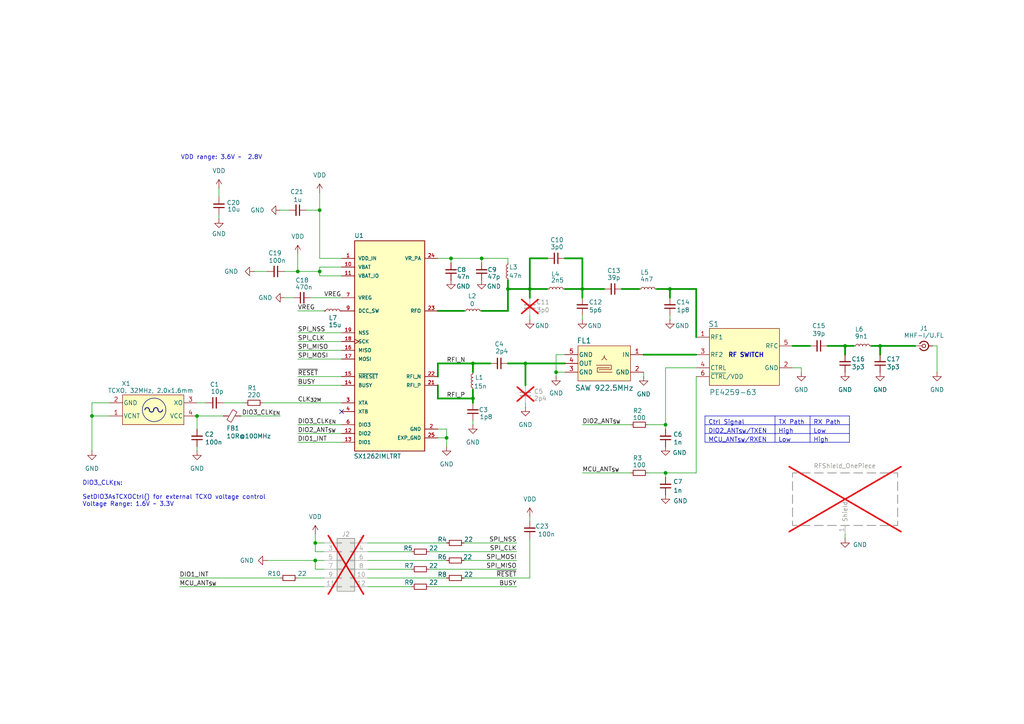
<source format=kicad_sch>
(kicad_sch (version 20250114) (generator "eeschema") (generator_version "9.0")
  (paper "A4")
  (title_block (title "SX1262 + SAW 923MHz") (company "UWINGS TECHNOLOGIES") (comment 1 "AUTHOR: KUN-YI CHEN") (comment 4 "LoRa transceiver with SAW filter(923MHz)"))
  (lib_symbols
    (symbol "Connector_Generic:Conn_02x06_Odd_Even" (pin_names (offset 1.016) (hide yes))
      (property "Reference" "J" (at 1.27 7.62 0))
      (property "Value" "Conn_02x06_Odd_Even" (at 1.27 -10.16 0))
      (symbol "Conn_02x06_Odd_Even_1_1"
        (rectangle (start -1.27 6.35) (end 3.81 -8.89) (stroke (width 0.254)) (fill (type background)))
        (rectangle (start -1.27 5.207) (end 0 4.953) (stroke (width 0.1524)))
        (rectangle (start -1.27 2.667) (end 0 2.413) (stroke (width 0.1524)))
        (rectangle (start -1.27 0.127) (end 0 -0.127) (stroke (width 0.1524)))
        (rectangle (start -1.27 -2.413) (end 0 -2.667) (stroke (width 0.1524)))
        (rectangle (start -1.27 -4.953) (end 0 -5.207) (stroke (width 0.1524)))
        (rectangle (start -1.27 -7.493) (end 0 -7.747) (stroke (width 0.1524)))
        (rectangle (start 3.81 5.207) (end 2.54 4.953) (stroke (width 0.1524)))
        (rectangle (start 3.81 2.667) (end 2.54 2.413) (stroke (width 0.1524)))
        (rectangle (start 3.81 0.127) (end 2.54 -0.127) (stroke (width 0.1524)))
        (rectangle (start 3.81 -2.413) (end 2.54 -2.667) (stroke (width 0.1524)))
        (rectangle (start 3.81 -4.953) (end 2.54 -5.207) (stroke (width 0.1524)))
        (rectangle (start 3.81 -7.493) (end 2.54 -7.747) (stroke (width 0.1524)))
        (pin passive line (at -5.08 5.08 0) (length 3.81) (name "Pin_1") (number "1"))
        (pin passive line (at -5.08 2.54 0) (length 3.81) (name "Pin_3") (number "3"))
        (pin passive line (at -5.08 0 0) (length 3.81) (name "Pin_5") (number "5"))
        (pin passive line (at -5.08 -2.54 0) (length 3.81) (name "Pin_7") (number "7"))
        (pin passive line (at -5.08 -5.08 0) (length 3.81) (name "Pin_9") (number "9"))
        (pin passive line (at -5.08 -7.62 0) (length 3.81) (name "Pin_11") (number "11"))
        (pin passive line (at 7.62 5.08 180) (length 3.81) (name "Pin_2") (number "2"))
        (pin passive line (at 7.62 2.54 180) (length 3.81) (name "Pin_4") (number "4"))
        (pin passive line (at 7.62 0 180) (length 3.81) (name "Pin_6") (number "6"))
        (pin passive line (at 7.62 -2.54 180) (length 3.81) (name "Pin_8") (number "8"))
        (pin passive line (at 7.62 -5.08 180) (length 3.81) (name "Pin_10") (number "10"))
        (pin passive line (at 7.62 -7.62 180) (length 3.81) (name "Pin_12") (number "12"))
      )
    )
    (symbol "Device:C_Small" (pin_numbers (hide yes)) (pin_names (offset 0.254) (hide yes))
      (property "Reference" "C" (at 0.254 1.778 0))
      (property "Value" "C_Small" (at 0.254 -2.032 0))
      (symbol "C_Small_0_1"
        (polyline (pts (xy -1.524 0.508) (xy 1.524 0.508)) (stroke (width 0.3048)))
        (polyline (pts (xy -1.524 -0.508) (xy 1.524 -0.508)) (stroke (width 0.3302)))
      )
      (symbol "C_Small_1_1"
        (pin passive line (at 0 2.54 270) (length 2.032) (name "~") (number "1"))
        (pin passive line (at 0 -2.54 90) (length 2.032) (name "~") (number "2"))
      )
    )
    (symbol "Device:FerriteBead_Small" (pin_numbers (hide yes)) (pin_names (offset 0))
      (property "Reference" "FB" (at 1.905 1.27 0))
      (property "Value" "FerriteBead_Small" (at 1.905 -1.27 0))
      (symbol "FerriteBead_Small_0_1"
        (polyline (pts (xy -1.8288 0.2794) (xy -1.1176 1.4986) (xy 1.8288 -0.2032) (xy 1.1176 -1.4224) (xy -1.8288 0.2794)))
        (polyline (pts (xy 0 0.889) (xy 0 1.2954)))
        (polyline (pts (xy 0 -1.27) (xy 0 -0.7874)))
      )
      (symbol "FerriteBead_Small_1_1"
        (pin passive line (at 0 2.54 270) (length 1.27) (name "~") (number "1"))
        (pin passive line (at 0 -2.54 90) (length 1.27) (name "~") (number "2"))
      )
    )
    (symbol "Device:L_Small" (pin_numbers (hide yes)) (pin_names (offset 0.254) (hide yes))
      (property "Reference" "L" (at 0.762 1.016 0))
      (property "Value" "L_Small" (at 0.762 -1.016 0))
      (symbol "L_Small_0_1"
        (arc (start 0 2.032) (mid 0.5058 1.524) (end 0 1.016))
        (arc (start 0 1.016) (mid 0.5058 0.508) (end 0 0))
        (arc (start 0 0) (mid 0.5058 -0.508) (end 0 -1.016))
        (arc (start 0 -1.016) (mid 0.5058 -1.524) (end 0 -2.032))
      )
      (symbol "L_Small_1_1"
        (pin passive line (at 0 2.54 270) (length 0.508) (name "~") (number "1"))
        (pin passive line (at 0 -2.54 90) (length 0.508) (name "~") (number "2"))
      )
    )
    (symbol "Device:RFShield_OnePiece" (pin_names (offset 1.016))
      (property "Reference" "J" (at 0 5.08 0))
      (property "Value" "RFShield_OnePiece" (at 0 2.54 0))
      (symbol "RFShield_OnePiece_0_1"
        (polyline (pts (xy -15.24 6.35) (xy -15.24 7.62) (xy -13.97 7.62)) (stroke (width 0.254)))
        (polyline (pts (xy -15.24 2.54) (xy -15.24 5.08)) (stroke (width 0.254)))
        (polyline (pts (xy -15.24 -1.27) (xy -15.24 1.27)) (stroke (width 0.254)))
        (polyline (pts (xy -15.24 -5.08) (xy -15.24 -2.54)) (stroke (width 0.254)))
        (polyline (pts (xy -13.97 -7.62) (xy -15.24 -7.62) (xy -15.24 -6.35)) (stroke (width 0.254)))
        (polyline (pts (xy -12.7 7.62) (xy -10.16 7.62)) (stroke (width 0.254)))
        (polyline (pts (xy -10.16 -7.62) (xy -12.7 -7.62)) (stroke (width 0.254)))
        (polyline (pts (xy -6.35 7.62) (xy -8.89 7.62)) (stroke (width 0.254)))
        (polyline (pts (xy -6.35 -7.62) (xy -8.89 -7.62)) (stroke (width 0.254)))
        (polyline (pts (xy -2.54 7.62) (xy -5.08 7.62)) (stroke (width 0.254)))
        (polyline (pts (xy -2.54 -7.62) (xy -5.08 -7.62)) (stroke (width 0.254)))
        (polyline (pts (xy -1.27 -7.62) (xy 1.27 -7.62)) (stroke (width 0.254)))
        (polyline (pts (xy 1.27 7.62) (xy -1.27 7.62)) (stroke (width 0.254)))
        (polyline (pts (xy 2.54 -7.62) (xy 5.08 -7.62)) (stroke (width 0.254)))
        (polyline (pts (xy 5.08 7.62) (xy 2.54 7.62)) (stroke (width 0.254)))
        (polyline (pts (xy 6.35 -7.62) (xy 8.89 -7.62)) (stroke (width 0.254)))
        (polyline (pts (xy 8.89 7.62) (xy 6.35 7.62)) (stroke (width 0.254)))
        (polyline (pts (xy 10.16 -7.62) (xy 12.7 -7.62)) (stroke (width 0.254)))
        (polyline (pts (xy 12.7 7.62) (xy 10.16 7.62)) (stroke (width 0.254)))
        (polyline (pts (xy 13.97 -7.62) (xy 15.24 -7.62) (xy 15.24 -6.35)) (stroke (width 0.254)))
        (polyline (pts (xy 15.24 6.35) (xy 15.24 7.62) (xy 13.97 7.62)) (stroke (width 0.254)))
        (polyline (pts (xy 15.24 2.54) (xy 15.24 5.08)) (stroke (width 0.254)))
        (polyline (pts (xy 15.24 -1.27) (xy 15.24 1.27)) (stroke (width 0.254)))
        (polyline (pts (xy 15.24 -5.08) (xy 15.24 -2.54)) (stroke (width 0.254)))
      )
      (symbol "RFShield_OnePiece_1_1"
        (pin passive line (at 0 -10.16 90) (length 2.54) (name "Shield") (number "1"))
      )
    )
    (symbol "Device:R_Small" (pin_numbers (hide yes)) (pin_names (offset 0.254) (hide yes))
      (property "Reference" "R" (at 0 0 90))
      (property "Value" "R_Small" (at 1.778 0 90))
      (symbol "R_Small_0_1"
        (rectangle (start -0.762 1.778) (end 0.762 -1.778) (stroke (width 0.2032)))
      )
      (symbol "R_Small_1_1"
        (pin passive line (at 0 2.54 270) (length 0.762) (name "~") (number "1"))
        (pin passive line (at 0 -2.54 90) (length 0.762) (name "~") (number "2"))
      )
    )
    (symbol "LoRa-TW:4259-63" (pin_names (offset 0.254))
      (property "Reference" "TR" (at 5.08 3.81 0))
      (property "Value" "PE4259-63" (at 10.414 -15.494 0))
      (symbol "4259-63_1_1"
        (rectangle (start 3.81 2.54) (end 24.13 -13.97) (fill (type background)))
        (text "RF SWITCH" (at 14.478 -5.08 0) (effects (font (size 1.27 1.27) (thickness 0.254) (bold yes))))
        (pin bidirectional line (at 0 0 0) (length 3.81) (name "RF1") (number "1"))
        (pin bidirectional line (at 0 -5.08 0) (length 3.81) (name "RF2") (number "3"))
        (pin unspecified line (at 0 -8.89 0) (length 3.81) (name "CTRL") (number "4"))
        (pin unspecified line (at 0 -11.43 0) (length 3.81) (name "~{CTRL}/VDD") (number "6"))
        (pin bidirectional line (at 27.94 -2.54 180) (length 3.81) (name "RFC") (number "5"))
        (pin power_out line (at 27.94 -8.89 180) (length 3.81) (name "GND") (number "2"))
      )
    )
    (symbol "LoRa-TW:B39931B2645P810" (pin_names (offset 0.254))
      (property "Reference" "FL" (at 4.826 3.81 0))
      (property "Value" "B39931B2645P810" (at 11.938 -9.398 0))
      (symbol "B39931B2645P810_0_1"
        (polyline (pts (xy 9.906 -3.81) (xy 10.16 -3.81)))
        (polyline (pts (xy 9.906 -4.318) (xy 9.398 -4.318) (xy 9.398 -3.048) (xy 13.716 -3.048)))
        (arc (start 11.43 -0.254) (mid 11.2306 -0.998) (end 10.668 -1.524))
        (arc (start 12.192 -1.524) (mid 11.6371 -0.9933) (end 11.43 -0.254))
        (polyline (pts (xy 12.954 -3.81) (xy 10.16 -3.81)))
        (polyline (pts (xy 12.954 -3.81) (xy 13.462 -3.81) (xy 13.462 -5.08) (xy 9.144 -5.08)))
        (polyline (pts (xy 12.954 -4.318) (xy 9.906 -4.318)))
      )
      (symbol "B39931B2645P810_1_1"
        (rectangle (start 3.81 2.54) (end 19.05 -7.62) (fill (type color) (color 255 255 194 1)))
        (pin input line (at 0 0 0) (length 3.81) (name "IN") (number "1"))
        (pin power_out line (at 0 -5.08 0) (length 3.81) (name "GND") (number "2"))
        (pin power_out line (at 22.86 0 180) (length 3.81) (name "GND") (number "5"))
        (pin output line (at 22.86 -2.54 180) (length 3.81) (name "OUT") (number "4"))
        (pin power_out line (at 22.86 -5.08 180) (length 3.81) (name "GND") (number "3"))
      )
    )
    (symbol "LoRa-TW:MHF-I" (pin_numbers (hide yes)) (pin_names (hide yes))
      (property "Reference" "J" (at 0 2.794 0))
      (property "Value" "I-PEX MHF-I" (at 0 0 0))
      (symbol "MHF-I_0_1"
        (polyline (pts (xy -0.508 0) (xy -1.27 0)))
        (circle (center 0 -0.0002) (radius 0.508) (stroke (width 0.2032)))
      )
      (symbol "MHF-I_1_1"
        (arc (start 1.3484 0.0037) (mid 0.327 -1.3082) (end -1.1916 -0.6313) (stroke (width 0.3048)))
        (arc (start -1.1916 0.6309) (mid 0.327 1.3079) (end 1.3484 -0.0041) (stroke (width 0.3048)))
        (pin passive line (at -2.54 0 0) (length 1.27) (name "1") (number "1"))
        (pin passive line (at 2.54 0 180) (length 1.27) (name "2") (number "2"))
        (pin passive line (at 2.54 0 180) (length 1.27) (name "3") (number "3"))
      )
    )
    (symbol "LoRa-TW:NT2016SA-32MHz-END4263A" (pin_names (offset 0.254))
      (property "Reference" "X" (at 11.938 6.858 0))
      (property "Value" "NT2016SA-32MHz-END4263A" (at 11.43 4.318 0))
      (symbol "NT2016SA-32MHz-END4263A_1_1"
        (rectangle (start 3.81 2.54) (end 21.59 -6.096) (fill (type background)))
        (arc (start 11.557 -1.7807) (mid 10.922 -2.413) (end 10.287 -1.7807) (stroke (width 0.254) (color 0 0 132 1)))
        (arc (start 11.557 -1.7807) (mid 12.192 -1.1484) (end 12.827 -1.7807) (stroke (width 0.254) (color 0 0 132 1)))
        (circle (center 12.954 -1.778) (radius 3.4078) (stroke (width 0) (color 0 0 132 1)))
        (arc (start 14.097 -1.7807) (mid 13.462 -2.413) (end 12.827 -1.7807) (stroke (width 0.254) (color 0 0 132 1)))
        (arc (start 14.097 -1.7807) (mid 14.732 -1.1484) (end 15.367 -1.7807) (stroke (width 0.254) (color 0 0 132 1)))
        (pin unspecified line (at 0 0 0) (length 3.81) (name "VCNT") (number "1"))
        (pin power_out line (at 0 -3.81 0) (length 3.81) (name "GND") (number "2"))
        (pin power_in line (at 25.4 0 180) (length 3.81) (name "VCC") (number "4"))
        (pin output line (at 25.4 -3.81 180) (length 3.81) (name "XO") (number "3"))
      )
    )
    (symbol "LoRa-TW:SX1262IMLTRT" (pin_names (offset 1.016))
      (property "Reference" "U" (at -9.906 30.734 0))
      (property "Value" "SX1262IMLTRT" (at -10.414 -32.766 0))
      (symbol "SX1262IMLTRT_0_0"
        (rectangle (start -10.16 30.48) (end 10.16 -30.48) (stroke (width 0.254)) (fill (type background)))
      )
      (symbol "SX1262IMLTRT_1_0"
        (pin input line (at -13.97 25.4 0) (length 3.81) (name "VDD_IN") (number "1"))
        (pin power_in line (at -13.97 22.86 0) (length 3.81) (name "VBAT") (number "10"))
        (pin power_in line (at -13.97 20.32 0) (length 3.81) (name "VBAT_IO") (number "11"))
        (pin output line (at -13.97 13.97 0) (length 3.81) (name "VREG") (number "7"))
        (pin output line (at -13.97 10.16 0) (length 3.81) (name "DCC_SW") (number "9"))
        (pin input line (at -13.97 3.81 0) (length 3.81) (name "NSS") (number "19"))
        (pin input clock (at -13.97 1.27 0) (length 3.81) (name "SCK") (number "18"))
        (pin output line (at -13.97 -1.27 0) (length 3.81) (name "MISO") (number "16"))
        (pin input line (at -13.97 -3.81 0) (length 3.81) (name "MOSI") (number "17"))
        (pin bidirectional line (at -13.97 -8.89 0) (length 3.81) (name "~{NRESET}") (number "15"))
        (pin bidirectional line (at -13.97 -11.43 0) (length 3.81) (name "BUSY") (number "14"))
        (pin bidirectional line (at -13.97 -16.51 0) (length 3.81) (name "XTA") (number "3"))
        (pin bidirectional line (at -13.97 -19.05 0) (length 3.81) (name "XTB") (number "4"))
        (pin bidirectional line (at -13.97 -22.86 0) (length 3.81) (name "DIO3") (number "6"))
        (pin bidirectional line (at -13.97 -25.4 0) (length 3.81) (name "DIO2") (number "12"))
        (pin bidirectional line (at -13.97 -27.94 0) (length 3.81) (name "DIO1") (number "13"))
        (pin power_in line (at 13.97 25.4 180) (length 3.81) (name "VR_PA") (number "24"))
        (pin output line (at 13.97 10.16 180) (length 3.81) (name "RFO") (number "23"))
        (pin input line (at 13.97 -8.89 180) (length 3.81) (name "RFI_N") (number "22"))
        (pin input line (at 13.97 -11.43 180) (length 3.81) (name "RFI_P") (number "21"))
        (pin power_in line (at 13.97 -24.13 180) (length 3.81) (name "GND") (number "2"))
        (pin power_in line (at 13.97 -24.13 180) (length 3.81) (hide yes) (name "GND") (number "20"))
        (pin power_in line (at 13.97 -24.13 180) (length 3.81) (hide yes) (name "GND") (number "5"))
        (pin power_in line (at 13.97 -24.13 180) (length 3.81) (hide yes) (name "GND") (number "8"))
        (pin power_in line (at 13.97 -26.67 180) (length 3.81) (name "EXP_GND") (number "25"))
      )
    )
    (symbol "power:GND" (power) (pin_numbers (hide yes)) (pin_names (offset 0) (hide yes))
      (property "Value" "GND" (at 0 -3.81 0))
      (symbol "GND_0_1"
        (polyline (pts (xy 0 0) (xy 0 -1.27) (xy 1.27 -1.27) (xy 0 -2.54) (xy -1.27 -1.27) (xy 0 -1.27)))
      )
      (symbol "GND_1_1"
        (pin power_in line (at 0 0 270) (length 0) (name "~") (number "1"))
      )
    )
    (symbol "power:VDD" (power) (pin_numbers (hide yes)) (pin_names (offset 0) (hide yes))
      (property "Value" "VDD" (at 0 3.556 0))
      (symbol "VDD_0_1"
        (polyline (pts (xy -0.762 1.27) (xy 0 2.54)))
        (polyline (pts (xy 0 2.54) (xy 0.762 1.27)))
        (polyline (pts (xy 0 0) (xy 0 2.54)))
      )
      (symbol "VDD_1_1"
        (pin power_in line (at 0 0 90) (length 0) (name "~") (number "1"))
      )
    )
  )
  (text "DIO3_CLK_{EN}:\n\nSetDIO3AsTCXOCtrl() for external TCXO voltage control\nVoltage Range: 1.6V ~ 3.3V" (exclude_from_sim yes) (at 23.876 139.446 0) (effects (font (size 1.27 1.27)) (justify left top)))
  (text "VDD range: 3.6V ~  2.8V" (at 64.262 45.72 0) (effects (font (size 1.27 1.27))))
  (junction (at 91.44 157.48))
  (junction (at 194.31 83.82))
  (junction (at 139.7 74.93))
  (junction (at 245.11 100.33))
  (junction (at 153.67 83.82))
  (junction (at 161.29 107.95))
  (junction (at 152.4 105.41))
  (junction (at 129.54 127))
  (junction (at 92.71 60.96))
  (junction (at 147.32 83.82))
  (junction (at 137.16 115.57))
  (junction (at 193.04 137.16))
  (junction (at 168.91 83.82))
  (junction (at 137.16 105.41))
  (junction (at 255.27 100.33))
  (junction (at 91.44 162.56))
  (junction (at 86.36 78.74))
  (junction (at 92.71 78.74))
  (junction (at 193.04 123.19))
  (junction (at 130.81 74.93))
  (junction (at 26.67 120.65))
  (junction (at 57.15 120.65))
  (no_connect (at 99.06 119.38))
  (wire (pts (xy 127 74.93) (xy 130.81 74.93)))
  (wire (pts (xy 255.27 100.33) (xy 265.43 100.33)) (stroke (width 0.5)))
  (wire (pts (xy 161.29 102.87) (xy 161.29 107.95)))
  (wire (pts (xy 129.54 127) (xy 127 127)))
  (wire (pts (xy 168.91 137.16) (xy 182.88 137.16)))
  (wire (pts (xy 168.91 74.93) (xy 168.91 83.82)) (stroke (width 0.5)))
  (wire (pts (xy 161.29 107.95) (xy 161.29 109.22)))
  (wire (pts (xy 245.11 100.33) (xy 245.11 102.87)) (stroke (width 0.5)))
  (wire (pts (xy 255.27 100.33) (xy 255.27 102.87)) (stroke (width 0.5)))
  (wire (pts (xy 88.9 60.96) (xy 92.71 60.96)))
  (wire (pts (xy 69.85 120.65) (xy 81.28 120.65)))
  (wire (pts (xy 106.68 160.02) (xy 119.38 160.02)))
  (wire (pts (xy 86.36 101.6) (xy 99.06 101.6)))
  (wire (pts (xy 91.44 165.1) (xy 91.44 162.56)))
  (wire (pts (xy 31.75 116.84) (xy 26.67 116.84)))
  (wire (pts (xy 86.36 90.17) (xy 93.98 90.17)))
  (wire (pts (xy 147.32 81.28) (xy 147.32 83.82)) (stroke (width 0.5)))
  (wire (pts (xy 193.04 137.16) (xy 193.04 138.43)))
  (wire (pts (xy 92.71 55.88) (xy 92.71 60.96)))
  (wire (pts (xy 129.54 124.46) (xy 127 124.46)))
  (wire (pts (xy 161.29 107.95) (xy 163.83 107.95)))
  (wire (pts (xy 82.55 86.36) (xy 85.09 86.36)))
  (wire (pts (xy 240.03 100.33) (xy 245.11 100.33)) (stroke (width 0.5)))
  (wire (pts (xy 93.98 165.1) (xy 91.44 165.1)))
  (wire (pts (xy 163.83 74.93) (xy 168.91 74.93)) (stroke (width 0.5)))
  (wire (pts (xy 147.32 74.93) (xy 147.32 76.2)))
  (wire (pts (xy 187.96 123.19) (xy 193.04 123.19)))
  (wire (pts (xy 187.96 137.16) (xy 193.04 137.16)))
  (wire (pts (xy 86.36 167.64) (xy 93.98 167.64)))
  (wire (pts (xy 106.68 167.64) (xy 129.54 167.64)))
  (wire (pts (xy 86.36 123.19) (xy 99.06 123.19)))
  (wire (pts (xy 124.46 165.1) (xy 149.86 165.1)))
  (wire (pts (xy 194.31 91.44) (xy 194.31 92.71)))
  (wire (pts (xy 134.62 167.64) (xy 153.67 167.64)))
  (wire (pts (xy 86.36 96.52) (xy 99.06 96.52)))
  (wire (pts (xy 153.67 167.64) (xy 153.67 156.21)))
  (wire (pts (xy 106.68 157.48) (xy 129.54 157.48)))
  (wire (pts (xy 52.07 170.18) (xy 93.98 170.18)))
  (wire (pts (xy 124.46 160.02) (xy 149.86 160.02)))
  (wire (pts (xy 147.32 83.82) (xy 147.32 90.17)) (stroke (width 0.5)))
  (wire (pts (xy 92.71 74.93) (xy 99.06 74.93)))
  (wire (pts (xy 168.91 83.82) (xy 175.26 83.82)) (stroke (width 0.5)))
  (wire (pts (xy 137.16 123.19) (xy 137.16 121.92)))
  (wire (pts (xy 52.07 167.64) (xy 81.28 167.64)))
  (wire (pts (xy 81.28 60.96) (xy 83.82 60.96)))
  (wire (pts (xy 134.62 157.48) (xy 149.86 157.48)))
  (wire (pts (xy 270.51 100.33) (xy 271.78 100.33)))
  (wire (pts (xy 194.31 83.82) (xy 194.31 86.36)) (stroke (width 0.5)))
  (wire (pts (xy 168.91 91.44) (xy 168.91 92.71)))
  (wire (pts (xy 180.34 83.82) (xy 185.42 83.82)) (stroke (width 0.5)))
  (wire (pts (xy 232.41 106.68) (xy 232.41 107.95)))
  (wire (pts (xy 139.7 74.93) (xy 139.7 76.2)))
  (wire (pts (xy 186.69 102.87) (xy 201.93 102.87)) (stroke (width 0.5)))
  (wire (pts (xy 124.46 170.18) (xy 149.86 170.18)))
  (wire (pts (xy 168.91 123.19) (xy 182.88 123.19)))
  (wire (pts (xy 252.73 100.33) (xy 255.27 100.33)) (stroke (width 0.5)))
  (wire (pts (xy 26.67 120.65) (xy 31.75 120.65)))
  (wire (pts (xy 86.36 111.76) (xy 99.06 111.76)))
  (wire (pts (xy 193.04 123.19) (xy 193.04 124.46)))
  (wire (pts (xy 152.4 105.41) (xy 163.83 105.41)) (stroke (width 0.5)))
  (wire (pts (xy 26.67 116.84) (xy 26.67 120.65)))
  (wire (pts (xy 229.87 106.68) (xy 232.41 106.68)))
  (wire (pts (xy 153.67 83.82) (xy 158.75 83.82)) (stroke (width 0.5)))
  (wire (pts (xy 186.69 107.95) (xy 186.69 109.22)))
  (wire (pts (xy 92.71 78.74) (xy 92.71 80.01)))
  (wire (pts (xy 137.16 105.41) (xy 137.16 107.95)) (stroke (width 0.5)))
  (wire (pts (xy 57.15 124.46) (xy 57.15 120.65)))
  (wire (pts (xy 129.54 127) (xy 129.54 129.54)))
  (wire (pts (xy 91.44 154.94) (xy 91.44 157.48)))
  (wire (pts (xy 137.16 113.03) (xy 137.16 115.57)) (stroke (width 0.5)))
  (wire (pts (xy 153.67 91.44) (xy 153.67 92.71)))
  (wire (pts (xy 86.36 99.06) (xy 99.06 99.06)))
  (wire (pts (xy 201.93 97.79) (xy 201.93 83.82)) (stroke (width 0.5)))
  (wire (pts (xy 106.68 165.1) (xy 119.38 165.1)))
  (wire (pts (xy 190.5 83.82) (xy 194.31 83.82)) (stroke (width 0.5)))
  (wire (pts (xy 193.04 106.68) (xy 193.04 123.19)))
  (wire (pts (xy 153.67 74.93) (xy 153.67 83.82)) (stroke (width 0.5)))
  (wire (pts (xy 137.16 105.41) (xy 142.24 105.41)) (stroke (width 0.5)))
  (wire (pts (xy 106.68 162.56) (xy 129.54 162.56)))
  (wire (pts (xy 86.36 125.73) (xy 99.06 125.73)))
  (wire (pts (xy 153.67 83.82) (xy 153.67 86.36)) (stroke (width 0.5)))
  (wire (pts (xy 245.11 100.33) (xy 247.65 100.33)) (stroke (width 0.5)))
  (wire (pts (xy 271.78 100.33) (xy 271.78 107.95)))
  (wire (pts (xy 57.15 120.65) (xy 64.77 120.65)))
  (wire (pts (xy 86.36 128.27) (xy 99.06 128.27)))
  (wire (pts (xy 127 111.76) (xy 127 115.57)) (stroke (width 0.5)))
  (wire (pts (xy 73.66 78.74) (xy 77.47 78.74)))
  (wire (pts (xy 63.5 62.23) (xy 63.5 63.5)))
  (wire (pts (xy 64.77 116.84) (xy 71.12 116.84)))
  (wire (pts (xy 82.55 78.74) (xy 86.36 78.74)))
  (wire (pts (xy 134.62 162.56) (xy 149.86 162.56)))
  (wire (pts (xy 106.68 170.18) (xy 119.38 170.18)))
  (wire (pts (xy 147.32 90.17) (xy 139.7 90.17)) (stroke (width 0.5)))
  (wire (pts (xy 86.36 109.22) (xy 99.06 109.22)))
  (wire (pts (xy 86.36 78.74) (xy 92.71 78.74)))
  (wire (pts (xy 92.71 80.01) (xy 99.06 80.01)))
  (wire (pts (xy 129.54 124.46) (xy 129.54 127)))
  (wire (pts (xy 163.83 102.87) (xy 161.29 102.87)))
  (wire (pts (xy 99.06 77.47) (xy 92.71 77.47)))
  (wire (pts (xy 127 115.57) (xy 137.16 115.57)) (stroke (width 0.5)))
  (wire (pts (xy 245.11 154.94) (xy 245.11 156.21)))
  (wire (pts (xy 201.93 137.16) (xy 193.04 137.16)))
  (wire (pts (xy 99.06 86.36) (xy 90.17 86.36)))
  (wire (pts (xy 152.4 118.11) (xy 152.4 116.84)))
  (wire (pts (xy 130.81 74.93) (xy 130.81 76.2)))
  (wire (pts (xy 57.15 129.54) (xy 57.15 130.81)))
  (wire (pts (xy 86.36 73.66) (xy 86.36 78.74)))
  (wire (pts (xy 139.7 74.93) (xy 147.32 74.93)))
  (wire (pts (xy 76.2 116.84) (xy 99.06 116.84)))
  (wire (pts (xy 153.67 149.86) (xy 153.67 151.13)))
  (wire (pts (xy 229.87 100.33) (xy 234.95 100.33)) (stroke (width 0.5)))
  (wire (pts (xy 147.32 83.82) (xy 153.67 83.82)) (stroke (width 0.5)))
  (wire (pts (xy 137.16 116.84) (xy 137.16 115.57)) (stroke (width 0.5)))
  (wire (pts (xy 26.67 120.65) (xy 26.67 130.81)))
  (wire (pts (xy 77.47 162.56) (xy 91.44 162.56)))
  (wire (pts (xy 92.71 60.96) (xy 92.71 74.93)))
  (wire (pts (xy 63.5 54.61) (xy 63.5 57.15)))
  (wire (pts (xy 147.32 105.41) (xy 152.4 105.41)) (stroke (width 0.5)))
  (wire (pts (xy 201.93 106.68) (xy 193.04 106.68)))
  (wire (pts (xy 158.75 74.93) (xy 153.67 74.93)) (stroke (width 0.5)))
  (wire (pts (xy 168.91 83.82) (xy 168.91 86.36)) (stroke (width 0.5)))
  (wire (pts (xy 91.44 162.56) (xy 93.98 162.56)))
  (wire (pts (xy 91.44 160.02) (xy 91.44 157.48)))
  (wire (pts (xy 127 90.17) (xy 134.62 90.17)) (stroke (width 0.5)))
  (wire (pts (xy 130.81 74.93) (xy 139.7 74.93)))
  (wire (pts (xy 92.71 77.47) (xy 92.71 78.74)))
  (wire (pts (xy 201.93 109.22) (xy 201.93 137.16)))
  (wire (pts (xy 163.83 83.82) (xy 168.91 83.82)) (stroke (width 0.5)))
  (wire (pts (xy 127 105.41) (xy 127 109.22)) (stroke (width 0.5)))
  (wire (pts (xy 93.98 160.02) (xy 91.44 160.02)))
  (wire (pts (xy 152.4 105.41) (xy 152.4 111.76)) (stroke (width 0.5)))
  (wire (pts (xy 91.44 157.48) (xy 93.98 157.48)))
  (wire (pts (xy 57.15 116.84) (xy 59.69 116.84)))
  (wire (pts (xy 127 105.41) (xy 137.16 105.41)) (stroke (width 0.5)))
  (wire (pts (xy 194.31 83.82) (xy 201.93 83.82)) (stroke (width 0.5)))
  (wire (pts (xy 86.36 104.14) (xy 99.06 104.14)))
  (table (column_count 3) (border (external yes) (header yes)) (separators (rows yes) (cols yes)) (column_widths 20.32 10.16 11.43) (row_heights 2.54 2.54 2.54) (cells (table_cell "Ctrl Signal" (at 204.47 120.65 0) (size 20.32 2.54) (margins 0.9525 0.9525 0.9525 0.9525) (span 1 1)) (table_cell "TX Path" (at 224.79 120.65 0) (size 10.16 2.54) (margins 0.9525 0.9525 0.9525 0.9525) (span 1 1)) (table_cell "RX Path" (at 234.95 120.65 0) (size 11.43 2.54) (margins 0.9525 0.9525 0.9525 0.9525) (span 1 1)) (table_cell "DIO2_ANT_{SW}/TXEN" (at 204.47 123.19 0) (size 20.32 2.54) (margins 0.9525 0.9525 0.9525 0.9525) (span 1 1)) (table_cell "High" (at 224.79 123.19 0) (size 10.16 2.54) (margins 0.9525 0.9525 0.9525 0.9525) (span 1 1)) (table_cell "Low" (at 234.95 123.19 0) (size 11.43 2.54) (margins 0.9525 0.9525 0.9525 0.9525) (span 1 1)) (table_cell "MCU_ANT_{SW}/RXEN" (at 204.47 125.73 0) (size 20.32 2.54) (margins 0.9525 0.9525 0.9525 0.9525) (span 1 1)) (table_cell "Low" (at 224.79 125.73 0) (size 10.16 2.54) (margins 0.9525 0.9525 0.9525 0.9525) (span 1 1)) (table_cell "High" (at 234.95 125.73 0) (size 11.43 2.54) (margins 0.9525 0.9525 0.9525 0.9525) (span 1 1))))
  (label "SPI_CLK" (at 86.36 99.06 0))
  (label "SPI_MOSI" (at 86.36 104.14 0))
  (label "SPI_NSS" (at 149.86 157.48 180))
  (label "DIO1_INT" (at 86.36 128.27 0))
  (label "DIO2_ANT_{SW}" (at 168.91 123.19 0))
  (label "MCU_ANT_{SW}" (at 52.07 170.18 0))
  (label "BUSY" (at 149.86 170.18 180))
  (label "DIO2_ANT_{SW}" (at 86.36 125.73 0))
  (label "SPI_MOSI" (at 149.86 162.56 180))
  (label "SPI_CLK" (at 149.86 160.02 180))
  (label "~{RESET}" (at 149.86 167.64 180))
  (label "CLK_{32M}" (at 86.36 116.84 0))
  (label "DIO3_CLK_{EN}" (at 81.28 120.65 180))
  (label "DIO1_INT" (at 52.07 167.64 0))
  (label "VREG" (at 93.98 86.36 0))
  (label "DIO3_CLK_{EN}" (at 86.36 123.19 0))
  (label "SPI_MISO" (at 149.86 165.1 180))
  (label "SPI_NSS" (at 86.36 96.52 0))
  (label "VREG" (at 86.36 90.17 0))
  (label "BUSY" (at 86.36 111.76 0))
  (label "RFI_N" (at 129.54 105.41 0))
  (label "RFI_P" (at 129.54 115.57 0))
  (label "~{RESET}" (at 86.36 109.22 0))
  (label "SPI_MISO" (at 86.36 101.6 0))
  (label "MCU_ANT_{SW}" (at 168.91 137.16 0))
  (symbol (lib_id "Device:C_Small") (at 139.7 78.74 180) (unit 1)
    (property "Reference" "C9" (at 142.748 78.232 0))
    (property "Value" "47p" (at 143.256 80.264 0))
    (property "Footprint" "LoRa-TW:C_HF_0402_1005Metric" (effects (hide yes)))
    (property "Description" "47pF 50VDC 5% 0402 C0G(NP0)" (effects (hide yes)))
    (property "Manufacturer" "Murata" (effects (hide yes)))
    (property "Part No" "GJM1555C1H470JB01D" (effects (hide yes)))
  )
  (symbol (lib_id "Device:C_Small") (at 153.67 88.9 180) (unit 1) (dnp yes)
    (property "Reference" "C11" (at 157.48 87.63 0))
    (property "Value" "3p0" (at 157.48 89.916 0))
    (property "Footprint" "LoRa-TW:C_HF_0402_1005Metric" (effects (hide yes)))
    (property "Description" "3pF 50VDC 0.1pF 0402 C0G(NP0)" (effects (hide yes)))
    (property "Manufacturer" "Murata" (effects (hide yes)))
    (property "Part No" "GJM1555C1H3R0BB01D" (effects (hide yes)))
  )
  (symbol (lib_id "Device:C_Small") (at 144.78 105.41 270) (unit 1)
    (property "Reference" "C4" (at 144.78 99.822 90))
    (property "Value" "2p4" (at 145.542 101.854 90))
    (property "Footprint" "LoRa-TW:C_HF_0402_1005Metric" (effects (hide yes)))
    (property "Description" "2.4pF 50VDC 0.1pF 0402 C0G(NP0)" (effects (hide yes)))
    (property "Manufacturer" "Murata" (effects (hide yes)))
    (property "Part No" "GJM1555C1H2R4BB01D" (effects (hide yes)))
  )
  (symbol (lib_id "Device:R_Small") (at 121.92 170.18 90) (unit 1)
    (property "Reference" "R9" (at 118.618 168.91 90))
    (property "Value" "22" (at 125.73 168.91 90))
    (property "Footprint" "LoRa-TW:R_HF_0402_1005Metric" (effects (hide yes)))
    (property "Description" "22ohms 5% 0402 1/16watt Thick Film" (effects (hide yes)))
    (property "Manufacturer" "Vishay" (effects (hide yes)))
    (property "Part No" "CRCW040222R0JNED" (effects (hide yes)))
  )
  (symbol (lib_id "power:GND") (at 81.28 60.96 270) (unit 1)
    (property "Reference" "#PWR022" (effects (hide yes)))
    (property "Value" "GND" (at 74.676 60.96 90))
    (property "Description" "Power symbol creates a global label with name \"GND\" , ground" (effects (hide yes)))
  )
  (symbol (lib_id "power:GND") (at 153.67 92.71 0) (unit 1)
    (property "Reference" "#PWR012" (effects (hide yes)))
    (property "Value" "GND" (at 157.226 94.488 0))
    (property "Description" "Power symbol creates a global label with name \"GND\" , ground" (effects (hide yes)))
  )
  (symbol (lib_id "power:VDD") (at 63.5 54.61 0) (unit 1)
    (property "Reference" "#PWR025" (effects (hide yes)))
    (property "Value" "VDD" (at 63.5 49.53 0))
    (property "Description" "Power symbol creates a global label with name \"VDD\"" (effects (hide yes)))
  )
  (symbol (lib_id "Device:R_Small") (at 73.66 116.84 90) (unit 1)
    (property "Reference" "R1" (at 73.152 112.522 90))
    (property "Value" "220" (at 73.66 114.554 90))
    (property "Footprint" "LoRa-TW:R_HF_0402_1005Metric" (effects (hide yes)))
    (property "Description" "220ohms 5% 0402 1/16watt Thick Film" (effects (hide yes)))
    (property "Manufacturer" "Vishay" (effects (hide yes)))
    (property "Part No" "CRCW0402220RJNED" (effects (hide yes)))
  )
  (symbol (lib_id "power:GND") (at 73.66 78.74 270) (unit 1)
    (property "Reference" "#PWR020" (effects (hide yes)))
    (property "Value" "GND" (at 67.056 78.74 90))
    (property "Description" "Power symbol creates a global label with name \"GND\" , ground" (effects (hide yes)))
  )
  (symbol (lib_id "power:GND") (at 130.81 81.28 0) (unit 1)
    (property "Reference" "#PWR010" (effects (hide yes)))
    (property "Value" "GND" (at 134.366 83.058 0))
    (property "Description" "Power symbol creates a global label with name \"GND\" , ground" (effects (hide yes)))
  )
  (symbol (lib_id "power:GND") (at 139.7 81.28 0) (unit 1)
    (property "Reference" "#PWR011" (effects (hide yes)))
    (property "Value" "GND" (at 143.256 83.058 0))
    (property "Description" "Power symbol creates a global label with name \"GND\" , ground" (effects (hide yes)))
  )
  (symbol (lib_id "power:GND") (at 82.55 86.36 270) (unit 1)
    (property "Reference" "#PWR018" (effects (hide yes)))
    (property "Value" "GND" (at 76.962 86.36 90))
    (property "Description" "Power symbol creates a global label with name \"GND\" , ground" (effects (hide yes)))
  )
  (symbol (lib_id "power:GND") (at 63.5 63.5 0) (unit 1)
    (property "Reference" "#PWR024" (effects (hide yes)))
    (property "Value" "GND" (at 63.5 67.818 0))
    (property "Description" "Power symbol creates a global label with name \"GND\" , ground" (effects (hide yes)))
  )
  (symbol (lib_id "power:GND") (at 245.11 107.95 0) (unit 1)
    (property "Reference" "#PWR016" (effects (hide yes)))
    (property "Value" "GND" (at 245.11 113.03 0))
    (property "Description" "Power symbol creates a global label with name \"GND\" , ground" (effects (hide yes)))
  )
  (symbol (lib_id "power:GND") (at 152.4 118.11 0) (unit 1)
    (property "Reference" "#PWR05" (effects (hide yes)))
    (property "Value" "GND" (at 152.4 123.19 0))
    (property "Description" "Power symbol creates a global label with name \"GND\" , ground" (effects (hide yes)))
  )
  (symbol (lib_id "Connector_Generic:Conn_02x06_Odd_Even") (at 99.06 162.56 0) (unit 1) (dnp yes)
    (property "Reference" "J2" (at 100.33 154.94 0))
    (property "Value" "Conn_02x06_2.0mm" (effects (hide yes)))
    (property "Footprint" "Connector_PinHeader_2.00mm:PinHeader_2x06_P2.00mm_Vertical" (effects (hide yes)))
    (property "Description" "Generic connector, double row, 02x06, odd/even pin numbering scheme (row 1 odd numbers, row 2 even numbers), script generated (kicad-library-utils/schlib/autogen/connector/)" (effects (hide yes)))
  )
  (symbol (lib_id "power:GND") (at 77.47 162.56 270) (unit 1)
    (property "Reference" "#PWR028" (effects (hide yes)))
    (property "Value" "GND" (at 73.66 162.5599 90) (effects (justify right)))
    (property "Description" "Power symbol creates a global label with name \"GND\" , ground" (effects (hide yes)))
  )
  (symbol (lib_id "power:GND") (at 129.54 129.54 0) (unit 1)
    (property "Reference" "#PWR01" (effects (hide yes)))
    (property "Value" "GND" (at 129.54 134.62 0))
    (property "Description" "Power symbol creates a global label with name \"GND\" , ground" (effects (hide yes)))
  )
  (symbol (lib_id "Device:C_Small") (at 177.8 83.82 270) (unit 1)
    (property "Reference" "C13" (at 178.054 78.486 90))
    (property "Value" "39p" (at 178.054 80.518 90))
    (property "Footprint" "LoRa-TW:C_HF_0402_1005Metric" (effects (hide yes)))
    (property "Description" "39pF 50VDC 5% 0402 C0G(NP0)" (effects (hide yes)))
    (property "Part No" "GJM1555C1H390JB01D" (effects (hide yes)))
    (property "Manufacturer" "Murata" (effects (hide yes)))
  )
  (symbol (lib_id "Device:C_Small") (at 168.91 88.9 180) (unit 1)
    (property "Reference" "C12" (at 172.72 87.63 0))
    (property "Value" "5p6" (at 172.72 89.916 0))
    (property "Footprint" "LoRa-TW:C_HF_0402_1005Metric" (effects (hide yes)))
    (property "Description" "5.6pF 50VDC 0.25pF 0402 C0G(NP0)" (effects (hide yes)))
    (property "Manufacturer" "Murata" (effects (hide yes)))
    (property "Part No" "GJM1555C1H5R6CB01D" (effects (hide yes)))
  )
  (symbol (lib_id "Device:C_Small") (at 193.04 127 180) (unit 1)
    (property "Reference" "C6" (at 196.596 125.984 0))
    (property "Value" "1n" (at 196.596 128.27 0))
    (property "Footprint" "LoRa-TW:C_HF_0402_1005Metric" (effects (hide yes)))
    (property "Description" "1nF 100VDC 10% 0402 X7R" (effects (hide yes)))
    (property "Manufacturer" "Murata" (effects (hide yes)))
    (property "Part No" "GRM155R72A102KA01D" (effects (hide yes)))
  )
  (symbol (lib_id "LoRa-TW:NT2016SA-32MHz-END4263A") (at 31.75 120.65 0) (mirror x) (unit 1)
    (property "Reference" "X1" (at 36.576 111.252 0))
    (property "Value" "TCXO, 32MHz, 2.0x1.6mm" (at 43.688 113.284 0))
    (property "Footprint" "NT2016SA_NDK" (effects (hide yes)))
    (property "Datasheet" "NT2016SA-32MHz-END4263A" (effects (hide yes)))
    (property "Description" "TXCO 32MHz, 2.0mmx1.6mm  SMD2016-4P" (effects (hide yes)))
    (property "Manufacturer" "NDK" (effects (hide yes)))
    (property "Part No" "NT2016SA-32MHz-END4263A/NT2016SF-END4263D-32M" (effects (hide yes)))
  )
  (symbol (lib_id "power:GND") (at 255.27 107.95 0) (unit 1)
    (property "Reference" "#PWR017" (effects (hide yes)))
    (property "Value" "GND" (at 255.27 113.03 0))
    (property "Description" "Power symbol creates a global label with name \"GND\" , ground" (effects (hide yes)))
  )
  (symbol (lib_id "Device:C_Small") (at 87.63 86.36 90) (unit 1)
    (property "Reference" "C18" (at 87.63 81.28 90))
    (property "Value" "470n" (at 88.138 83.312 90))
    (property "Footprint" "LoRa-TW:C_HF_0402_1005Metric" (effects (hide yes)))
    (property "Description" "470nF 10 VDC 10% 0402 X7R" (effects (hide yes)))
    (property "Manufacturer" "Murata" (effects (hide yes)))
    (property "Part No" "GRM155R71A474KE01D" (effects (hide yes)))
  )
  (symbol (lib_id "power:VDD") (at 92.71 55.88 0) (unit 1)
    (property "Reference" "#PWR023" (effects (hide yes)))
    (property "Value" "VDD" (at 92.71 50.8 0))
    (property "Description" "Power symbol creates a global label with name \"VDD\"" (effects (hide yes)))
  )
  (symbol (lib_id "LoRa-TW:MHF-I") (at 267.97 100.33 0) (unit 1)
    (property "Reference" "J1" (at 267.97 95.25 0))
    (property "Value" "MHF-I/U.FL" (at 267.97 97.282 0))
    (property "Footprint" "LoRa-TW:IPEX_20279-001E-03" (effects (hide yes)))
    (property "Description" "I-PEX MHF-I" (effects (hide yes)))
    (property "Manufacturer" "I-PEX" (effects (hide yes)))
    (property "Part No" "20279-001E-03" (effects (hide yes)))
  )
  (symbol (lib_id "Device:RFShield_OnePiece") (at 245.11 144.78 0) (unit 1) (dnp yes)
    (property "Reference" "J3" (effects (hide yes)))
    (property "Value" "RFShield_OnePiece" (at 235.966 135.128 0) (effects (justify left)))
    (property "Footprint" "LoRa-TW:ShieldCan" (effects (hide yes)))
    (property "Description" "One-piece EMI RF shielding cabinet" (effects (hide yes)))
  )
  (symbol (lib_id "Device:C_Small") (at 255.27 105.41 180) (unit 1)
    (property "Reference" "C17" (at 259.08 104.14 0))
    (property "Value" "3p3" (at 259.08 106.426 0))
    (property "Footprint" "LoRa-TW:C_HF_0402_1005Metric" (effects (hide yes)))
    (property "Description" "3.3pF 50VDC 0.1pF 0402 C0G(NP0)" (effects (hide yes)))
    (property "Manufacturer" "Murata" (effects (hide yes)))
    (property "Part No" "GJM1555C1H3R3BB01D" (effects (hide yes)))
  )
  (symbol (lib_id "Device:L_Small") (at 96.52 90.17 90) (unit 1)
    (property "Reference" "L7" (at 97.79 92.202 90) (effects (justify left)))
    (property "Value" "15u" (at 99.06 94.234 90) (effects (justify left)))
    (property "Footprint" "Inductor_SMD:L_0805_2012Metric" (effects (hide yes)))
    (property "Description" "15uH 20% 0805  Shielded Multilayer" (effects (hide yes)))
    (property "Manufacturer" "TDK" (effects (hide yes)))
    (property "Part No" "MLZ2012M150WT000" (effects (hide yes)))
  )
  (symbol (lib_id "Device:C_Small") (at 63.5 59.69 180) (unit 1)
    (property "Reference" "C20" (at 67.691 58.801 0))
    (property "Value" "10u" (at 67.818 60.706 0))
    (property "Footprint" "Capacitor_SMD:C_0805_2012Metric" (effects (hide yes)))
    (property "Description" "10uF 10VDC 10% 0805 X7R" (effects (hide yes)))
    (property "Manufacturer" "Murata" (effects (hide yes)))
    (property "Part No" "GRM21BR71A106KA3L" (effects (hide yes)))
  )
  (symbol (lib_id "power:GND") (at 137.16 123.19 0) (unit 1)
    (property "Reference" "#PWR04" (effects (hide yes)))
    (property "Value" "GND" (at 137.16 128.27 0))
    (property "Description" "Power symbol creates a global label with name \"GND\" , ground" (effects (hide yes)))
  )
  (symbol (lib_id "power:VDD") (at 91.44 154.94 0) (unit 1)
    (property "Reference" "#PWR027" (effects (hide yes)))
    (property "Value" "VDD" (at 91.44 149.86 0))
    (property "Description" "Power symbol creates a global label with name \"VDD\"" (effects (hide yes)))
  )
  (symbol (lib_id "LoRa-TW:SX1262IMLTRT") (at 113.03 100.33 0) (unit 1)
    (property "Reference" "U1" (at 104.14 68.326 0))
    (property "Value" "SX1262IMLTRT" (at 109.474 132.334 0))
    (property "Footprint" "LoRa-TW:SX1262IMLTRT" (effects (hide yes)))
    (property "Datasheet" "kicad-embed://60852689.DS_SX1261_2 V2.2.pdf" (effects (hide yes)))
    (property "Description" "Semtech Transceiver for LoRa and another application" (effects (hide yes)))
    (property "PARTREV" "1.1" (effects (hide yes)))
    (property "STANDARD" "IPC-7351B" (effects (hide yes)))
    (property "Manufacturer" "Semtech" (effects (hide yes)))
    (property "Part No" "SX1262IMLTRT" (effects (hide yes)))
  )
  (symbol (lib_id "Device:R_Small") (at 132.08 162.56 90) (unit 1)
    (property "Reference" "R6" (at 128.27 161.544 90))
    (property "Value" "22" (at 135.636 161.544 90))
    (property "Footprint" "LoRa-TW:R_HF_0402_1005Metric" (effects (hide yes)))
    (property "Description" "22ohms 5% 0402 1/16watt Thick Film" (effects (hide yes)))
    (property "Manufacturer" "Vishay" (effects (hide yes)))
    (property "Part No" "CRCW040222R0JNED" (effects (hide yes)))
  )
  (symbol (lib_id "Device:C_Small") (at 237.49 100.33 270) (unit 1)
    (property "Reference" "C15" (at 237.49 94.488 90))
    (property "Value" "39p" (at 237.49 96.774 90))
    (property "Footprint" "LoRa-TW:C_HF_0402_1005Metric" (effects (hide yes)))
    (property "Description" "39pF 50VDC 5% 0402 C0G(NP0)" (effects (hide yes)))
    (property "Manufacturer" "Murata" (effects (hide yes)))
    (property "Part No" "GJM1555C1H390JB01D" (effects (hide yes)))
  )
  (symbol (lib_id "Device:R_Small") (at 121.92 160.02 90) (unit 1)
    (property "Reference" "R5" (at 118.364 159.004 90))
    (property "Value" "22" (at 125.73 159.004 90))
    (property "Footprint" "LoRa-TW:R_HF_0402_1005Metric" (effects (hide yes)))
    (property "Description" "22ohms 5% 0402 1/16watt Thick Film" (effects (hide yes)))
    (property "Manufacturer" "Vishay" (effects (hide yes)))
    (property "Part No" "CRCW040222R0JNED" (effects (hide yes)))
  )
  (symbol (lib_id "power:GND") (at 168.91 92.71 0) (unit 1)
    (property "Reference" "#PWR013" (effects (hide yes)))
    (property "Value" "GND" (at 172.466 94.488 0))
    (property "Description" "Power symbol creates a global label with name \"GND\" , ground" (effects (hide yes)))
  )
  (symbol (lib_id "Device:L_Small") (at 250.19 100.33 90) (unit 1)
    (property "Reference" "L6" (at 250.444 95.504 90) (effects (justify left)))
    (property "Value" "9n1" (at 251.714 97.536 90) (effects (justify left)))
    (property "Footprint" "LoRa-TW:L_HF_0402_1005Metric" (effects (hide yes)))
    (property "Description" "9.1nH 3% 0402 Wirewound" (effects (hide yes)))
    (property "Manufacturer" "Murata" (effects (hide yes)))
    (property "Part No" "LQW15AN9N1H00D" (effects (hide yes)))
  )
  (symbol (lib_id "Device:R_Small") (at 185.42 137.16 90) (unit 1)
    (property "Reference" "R3" (at 184.912 132.842 90))
    (property "Value" "100" (at 185.42 134.874 90))
    (property "Footprint" "LoRa-TW:R_HF_0402_1005Metric" (effects (hide yes)))
    (property "Description" "100ohms 5% 0402 1/16watt Thick Film" (effects (hide yes)))
    (property "Manufacturer" "Vishay" (effects (hide yes)))
    (property "Part No" "CRCW0402100RJNED" (effects (hide yes)))
  )
  (symbol (lib_id "LoRa-TW:4259-63") (at 201.93 97.79 0) (unit 1)
    (property "Reference" "S1" (at 207.01 93.98 0) (effects (font (size 1.524 1.524))))
    (property "Value" "PE4259-63" (at 212.598 113.792 0) (effects (font (size 1.524 1.524))))
    (property "Footprint" "SC-70-6_PSM" (effects (hide yes)))
    (property "Datasheet" "4259-63" (effects (hide yes)))
    (property "Description" "RF Switch, 10 MHz through 3000 MHz" (effects (hide yes)))
    (property "Part No" "PE4259-63" (effects (hide yes)))
    (property "Manufacturer" "PSemi" (effects (hide yes)))
  )
  (symbol (lib_id "Device:C_Small") (at 57.15 127 180) (unit 1)
    (property "Reference" "C2" (at 60.706 125.984 0))
    (property "Value" "100n" (at 61.976 128.27 0))
    (property "Footprint" "LoRa-TW:C_HF_0402_1005Metric" (effects (hide yes)))
    (property "Description" "100nF 50VDC 10% 0402 X7R" (effects (hide yes)))
    (property "Manufacturer" "Murata" (effects (hide yes)))
    (property "Part No" "GRM155R71H104KE14D" (effects (hide yes)))
  )
  (symbol (lib_id "power:GND") (at 232.41 107.95 0) (unit 1)
    (property "Reference" "#PWR015" (effects (hide yes)))
    (property "Value" "GND" (at 232.41 113.03 0))
    (property "Description" "Power symbol creates a global label with name \"GND\" , ground" (effects (hide yes)))
  )
  (symbol (lib_id "Device:C_Small") (at 245.11 105.41 180) (unit 1)
    (property "Reference" "C16" (at 248.92 104.14 0))
    (property "Value" "3p3" (at 248.92 106.426 0))
    (property "Footprint" "LoRa-TW:C_HF_0402_1005Metric" (effects (hide yes)))
    (property "Description" "3.3pF 50VDC 0.1pF 0402 C0G(NP0)" (effects (hide yes)))
    (property "Manufacturer" "Murata" (effects (hide yes)))
    (property "Part No" "GJM1555C1H3R3BB01D" (effects (hide yes)))
  )
  (symbol (lib_id "Device:R_Small") (at 132.08 157.48 90) (unit 1)
    (property "Reference" "R4" (at 128.27 156.464 90))
    (property "Value" "22" (at 135.89 156.464 90))
    (property "Footprint" "LoRa-TW:R_HF_0402_1005Metric" (effects (hide yes)))
    (property "Description" "22ohms 5% 0402 1/16watt Thick Film" (effects (hide yes)))
    (property "Manufacturer" "Vishay" (effects (hide yes)))
    (property "Part No" "CRCW040222R0JNED" (effects (hide yes)))
  )
  (symbol (lib_id "power:GND") (at 161.29 109.22 0) (unit 1)
    (property "Reference" "#PWR06" (effects (hide yes)))
    (property "Value" "GND" (at 161.29 114.046 0))
    (property "Description" "Power symbol creates a global label with name \"GND\" , ground" (effects (hide yes)))
  )
  (symbol (lib_id "Device:R_Small") (at 132.08 167.64 90) (unit 1)
    (property "Reference" "R8" (at 128.27 166.624 90))
    (property "Value" "22" (at 135.89 166.624 90))
    (property "Footprint" "LoRa-TW:R_HF_0402_1005Metric" (effects (hide yes)))
    (property "Description" "22ohms 5% 0402 1/16watt Thick Film" (effects (hide yes)))
    (property "Manufacturer" "Vishay" (effects (hide yes)))
    (property "Part No" "CRCW040222R0JNED" (effects (hide yes)))
  )
  (symbol (lib_id "Device:L_Small") (at 187.96 83.82 90) (unit 1)
    (property "Reference" "L5" (at 188.214 78.994 90) (effects (justify left)))
    (property "Value" "4n7" (at 189.484 81.026 90) (effects (justify left)))
    (property "Footprint" "LoRa-TW:L_HF_0402_1005Metric" (effects (hide yes)))
    (property "Description" "4.7nH +-.2nH  0402 Wirewound" (effects (hide yes)))
    (property "Part No" "LQW15AN4N7C00D" (effects (hide yes)))
    (property "Manufacturer" "Murata" (effects (hide yes)))
  )
  (symbol (lib_id "LoRa-TW:B39931B2645P810") (at 186.69 102.87 0) (mirror y) (unit 1)
    (property "Reference" "FL1" (at 169.418 98.806 0) (effects (font (size 1.524 1.524))))
    (property "Value" "SAW 922.5MHz" (at 175.26 112.522 0) (effects (font (size 1.524 1.524))))
    (property "Footprint" "IC5_B39931B2645P810_QUA" (effects (hide yes)))
    (property "Datasheet" "B39931B2645P810" (effects (hide yes)))
    (property "Description" "SAW Filter,  Center frequency 922.5MHz" (effects (hide yes)))
    (property "Manufacturer" "QUALCOMM/RF360" (effects (hide yes)))
    (property "Part No" "B39931B2645P810" (effects (hide yes)))
  )
  (symbol (lib_id "power:GND") (at 57.15 130.81 0) (unit 1)
    (property "Reference" "#PWR03" (effects (hide yes)))
    (property "Value" "GND" (at 57.15 135.89 0))
    (property "Description" "Power symbol creates a global label with name \"GND\" , ground" (effects (hide yes)))
  )
  (symbol (lib_id "Device:R_Small") (at 185.42 123.19 90) (unit 1)
    (property "Reference" "R2" (at 184.912 119.126 90))
    (property "Value" "100" (at 185.42 121.158 90))
    (property "Footprint" "LoRa-TW:R_HF_0402_1005Metric" (effects (hide yes)))
    (property "Description" "100ohms 5% 0402 1/16watt Thick Film" (effects (hide yes)))
    (property "Manufacturer" "Vishay" (effects (hide yes)))
    (property "Part No" "CRCW0402100RJNED" (effects (hide yes)))
  )
  (symbol (lib_id "Device:C_Small") (at 161.29 74.93 270) (unit 1)
    (property "Reference" "C10" (at 161.544 69.596 90))
    (property "Value" "3p0" (at 161.544 71.628 90))
    (property "Footprint" "LoRa-TW:C_HF_0402_1005Metric" (effects (hide yes)))
    (property "Description" "3pF 50VDC 0.1pF 0402 C0G(NP0)" (effects (hide yes)))
    (property "Manufacturer" "Murata" (effects (hide yes)))
    (property "Part No" "GJM1555C1H3R0BB01D" (effects (hide yes)))
  )
  (symbol (lib_id "power:GND") (at 186.69 109.22 0) (unit 1)
    (property "Reference" "#PWR07" (effects (hide yes)))
    (property "Value" "GND" (at 186.69 114.3 0))
    (property "Description" "Power symbol creates a global label with name \"GND\" , ground" (effects (hide yes)))
  )
  (symbol (lib_id "Device:C_Small") (at 153.67 153.67 180) (unit 1)
    (property "Reference" "C23" (at 157.226 152.654 0))
    (property "Value" "100n" (at 158.496 154.94 0))
    (property "Footprint" "LoRa-TW:C_HF_0402_1005Metric" (effects (hide yes)))
    (property "Description" "100nF 50VDC 10% 0402 X7R" (effects (hide yes)))
    (property "Manufacturer" "Murata" (effects (hide yes)))
    (property "Part No" "GRM155R71H104KE14D" (effects (hide yes)))
  )
  (symbol (lib_id "Device:C_Small") (at 152.4 114.3 180) (unit 1) (dnp yes)
    (property "Reference" "C5" (at 156.21 113.538 0))
    (property "Value" "2p4" (at 156.718 115.57 0))
    (property "Footprint" "LoRa-TW:C_HF_0402_1005Metric" (effects (hide yes)))
    (property "Description" "2.4pF 50VDC 0.1pF 0402 C0G(NP0)" (effects (hide yes)))
    (property "Manufacturer" "Murata" (effects (hide yes)))
    (property "Part No" "GJM1555C1H2R4BB01D" (effects (hide yes)))
  )
  (symbol (lib_id "Device:C_Small") (at 193.04 140.97 180) (unit 1)
    (property "Reference" "C7" (at 196.596 139.7 0))
    (property "Value" "1n" (at 196.596 142.24 0))
    (property "Footprint" "LoRa-TW:C_HF_0402_1005Metric" (effects (hide yes)))
    (property "Description" "1nF 100VDC 10% 0402 X7R" (effects (hide yes)))
    (property "Manufacturer" "Murata" (effects (hide yes)))
    (property "Part No" "GRM155R72A102KA01D" (effects (hide yes)))
  )
  (symbol (lib_id "power:GND") (at 271.78 107.95 0) (unit 1)
    (property "Reference" "#PWR019" (effects (hide yes)))
    (property "Value" "GND" (at 271.78 113.03 0))
    (property "Description" "Power symbol creates a global label with name \"GND\" , ground" (effects (hide yes)))
  )
  (symbol (lib_id "Device:R_Small") (at 121.92 165.1 90) (unit 1)
    (property "Reference" "R7" (at 118.618 164.084 90))
    (property "Value" "22" (at 125.73 164.084 90))
    (property "Footprint" "LoRa-TW:R_HF_0402_1005Metric" (effects (hide yes)))
    (property "Description" "22ohms 5% 0402 1/16watt Thick Film" (effects (hide yes)))
    (property "Manufacturer" "Vishay" (effects (hide yes)))
    (property "Part No" "CRCW040222R0JNED" (effects (hide yes)))
  )
  (symbol (lib_id "Device:C_Small") (at 80.01 78.74 270) (unit 1)
    (property "Reference" "C19" (at 79.756 73.406 90))
    (property "Value" "100n" (at 80.391 75.565 90))
    (property "Footprint" "LoRa-TW:C_HF_0402_1005Metric" (effects (hide yes)))
    (property "Description" "100nF 50VDC 10% 0402 X7R" (effects (hide yes)))
    (property "Manufacturer" "Murata" (effects (hide yes)))
    (property "Part No" "GRM155R71H104KE14D" (effects (hide yes)))
  )
  (symbol (lib_id "Device:L_Small") (at 137.16 110.49 180) (unit 1)
    (property "Reference" "L1" (at 140.208 109.474 0) (effects (justify left)))
    (property "Value" "15n" (at 141.224 112.014 0) (effects (justify left)))
    (property "Footprint" "LoRa-TW:L_HF_0402_1005Metric" (effects (hide yes)))
    (property "Description" "15nH 3% 0402 Wirewound" (effects (hide yes)))
    (property "Part No" "LQW15AN15NH00D" (effects (hide yes)))
    (property "Manufacturer" "Murata" (effects (hide yes)))
  )
  (symbol (lib_id "power:GND") (at 26.67 130.81 0) (unit 1)
    (property "Reference" "#PWR02" (effects (hide yes)))
    (property "Value" "GND" (at 26.67 135.89 0))
    (property "Description" "Power symbol creates a global label with name \"GND\" , ground" (effects (hide yes)))
  )
  (symbol (lib_id "Device:R_Small") (at 83.82 167.64 90) (unit 1)
    (property "Reference" "R10" (at 79.502 166.37 90))
    (property "Value" "22" (at 87.63 166.37 90))
    (property "Footprint" "LoRa-TW:R_HF_0402_1005Metric" (effects (hide yes)))
    (property "Description" "22ohms 5% 0402 1/16watt Thick Film" (effects (hide yes)))
    (property "Manufacturer" "Vishay" (effects (hide yes)))
    (property "Part No" "CRCW040222R0JNED" (effects (hide yes)))
  )
  (symbol (lib_id "Device:FerriteBead_Small") (at 67.31 120.65 90) (unit 1)
    (property "Reference" "FB1" (at 67.564 124.206 90))
    (property "Value" "10R@100MHz" (at 72.136 126.492 90))
    (property "Footprint" "LoRa-TW:R_HF_0402_1005Metric" (effects (hide yes)))
    (property "Description" "10Ohm 25%  0402 Ferrite Beads" (effects (hide yes)))
    (property "Manufacturer" "Murata" (effects (hide yes)))
    (property "Part No" "BLM15PG100SN1D" (effects (hide yes)))
  )
  (symbol (lib_id "Device:C_Small") (at 62.23 116.84 90) (unit 1)
    (property "Reference" "C1" (at 62.23 111.506 90))
    (property "Value" "10p" (at 62.992 113.538 90))
    (property "Footprint" "LoRa-TW:C_HF_0402_1005Metric" (effects (hide yes)))
    (property "Description" "10pF 50VDC 5% 0402 C0G(NP0)" (effects (hide yes)))
    (property "Manufacturer" "Murata" (effects (hide yes)))
    (property "Part No" "GJM1555C1H100JB01D" (effects (hide yes)))
  )
  (symbol (lib_id "power:GND") (at 193.04 143.51 0) (unit 1)
    (property "Reference" "#PWR09" (effects (hide yes)))
    (property "Value" "GND" (at 197.358 145.288 0))
    (property "Description" "Power symbol creates a global label with name \"GND\" , ground" (effects (hide yes)))
  )
  (symbol (lib_id "Device:C_Small") (at 194.31 88.9 180) (unit 1)
    (property "Reference" "C14" (at 198.12 87.63 0))
    (property "Value" "1p8" (at 198.12 89.916 0))
    (property "Footprint" "LoRa-TW:C_HF_0402_1005Metric" (effects (hide yes)))
    (property "Description" "1.8pF 50VDC 0.1pF 0402 C0G(NP0)" (effects (hide yes)))
    (property "Manufacturer" "Murata" (effects (hide yes)))
    (property "Part No" "GJM1555C1H1R8BB01D" (effects (hide yes)))
  )
  (symbol (lib_id "Device:L_Small") (at 161.29 83.82 90) (unit 1)
    (property "Reference" "L4" (at 162.306 79.502 90) (effects (justify left)))
    (property "Value" "2n5" (at 163.576 81.28 90) (effects (justify left)))
    (property "Footprint" "LoRa-TW:L_HF_0402_1005Metric" (effects (hide yes)))
    (property "Description" "2.5nH +-.2nH  0402 Wirewound" (effects (hide yes)))
    (property "Manufacturer" "Murata" (effects (hide yes)))
    (property "Part No" "LQW15AN2N5C00D" (effects (hide yes)))
  )
  (symbol (lib_id "power:GND") (at 194.31 92.71 0) (unit 1)
    (property "Reference" "#PWR014" (effects (hide yes)))
    (property "Value" "GND" (at 197.866 94.488 0))
    (property "Description" "Power symbol creates a global label with name \"GND\" , ground" (effects (hide yes)))
  )
  (symbol (lib_id "power:GND") (at 193.04 129.54 0) (unit 1)
    (property "Reference" "#PWR08" (effects (hide yes)))
    (property "Value" "GND" (at 197.104 131.318 0))
    (property "Description" "Power symbol creates a global label with name \"GND\" , ground" (effects (hide yes)))
  )
  (symbol (lib_id "Device:C_Small") (at 86.36 60.96 270) (unit 1)
    (property "Reference" "C21" (at 86.106 55.626 90))
    (property "Value" "1u" (at 86.36 57.912 90))
    (property "Footprint" "Capacitor_SMD:C_0603_1608Metric" (effects (hide yes)))
    (property "Description" "1.0uF 25V 10%  0603 X7R" (effects (hide yes)))
    (property "Manufacturer" "Walsin" (effects (hide yes)))
    (property "Part No" "0603B105K250CT" (effects (hide yes)))
  )
  (symbol (lib_id "Device:L_Small") (at 147.32 78.74 180) (unit 1)
    (property "Reference" "L3" (at 150.114 77.47 0) (effects (justify left)))
    (property "Value" "47n" (at 151.384 80.01 0) (effects (justify left)))
    (property "Footprint" "LoRa-TW:L_HF_0402_1005Metric" (effects (hide yes)))
    (property "Description" "47nH 5% 0402 Wirewound" (effects (hide yes)))
    (property "Manufacturer" "Murata" (effects (hide yes)))
    (property "Part No" "LQW15AN47NJ00D" (effects (hide yes)))
  )
  (symbol (lib_id "Device:C_Small") (at 130.81 78.74 180) (unit 1)
    (property "Reference" "C8" (at 133.858 78.232 0))
    (property "Value" "47n" (at 134.366 80.264 0))
    (property "Footprint" "LoRa-TW:C_HF_0402_1005Metric" (effects (hide yes)))
    (property "Description" "47nF 16VDC 10% 0402 X7R" (effects (hide yes)))
    (property "Manufacturer" "Murata" (effects (hide yes)))
    (property "Part No" "GRM155R71C473KA01D" (effects (hide yes)))
  )
  (symbol (lib_id "power:GND") (at 245.11 156.21 0) (unit 1)
    (property "Reference" "#PWR029" (effects (hide yes)))
    (property "Value" "GND" (at 249.428 157.988 0))
    (property "Description" "Power symbol creates a global label with name \"GND\" , ground" (effects (hide yes)))
  )
  (symbol (lib_id "power:VDD") (at 86.36 73.66 0) (unit 1)
    (property "Reference" "#PWR021" (effects (hide yes)))
    (property "Value" "VDD" (at 86.36 68.58 0))
    (property "Description" "Power symbol creates a global label with name \"VDD\"" (effects (hide yes)))
  )
  (symbol (lib_id "power:VDD") (at 153.67 149.86 0) (unit 1)
    (property "Reference" "#PWR026" (effects (hide yes)))
    (property "Value" "VDD" (at 153.67 144.78 0))
    (property "Description" "Power symbol creates a global label with name \"VDD\"" (effects (hide yes)))
  )
  (symbol (lib_id "Device:C_Small") (at 137.16 119.38 180) (unit 1)
    (property "Reference" "C3" (at 140.208 118.872 0))
    (property "Value" "1p8" (at 140.97 120.904 0))
    (property "Footprint" "LoRa-TW:C_HF_0402_1005Metric" (effects (hide yes)))
    (property "Description" "1.8pF 50VDC 0.1pF 0402 C0G(NP0)" (effects (hide yes)))
    (property "Manufacturer" "Murata" (effects (hide yes)))
    (property "Part No" "GJM1555C1H1R8BB01D" (effects (hide yes)))
  )
  (symbol (lib_id "Device:L_Small") (at 137.16 90.17 90) (unit 1)
    (property "Reference" "L2" (at 138.176 85.852 90) (effects (justify left)))
    (property "Value" "0" (at 137.668 88.138 90) (effects (justify left)))
    (property "Footprint" "LoRa-TW:L_HF_0402_1005Metric" (effects (hide yes)))
    (property "Description" "0ohms 0402 1/16watt Thick Film" (effects (hide yes)))
    (property "Manufacturer" "Vishay" (effects (hide yes)))
    (property "Part No" "CRCW04020000Z0EDC " (effects (hide yes)))
  )
)
</source>
